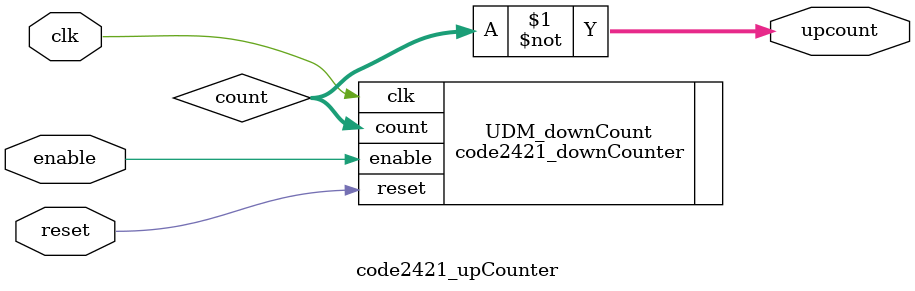
<source format=v>
/*---------------------------------------------------------------------------------
Name Lamin Jammeh
CLass: EE417 Summer 2024
Lesson 04 HW Question 4 Part 2
Group: Ron Kalin/ Lamin Jammeh
Project Description: This portion takes use the output of the code2421_downCounter
and inverts it to form an up counter. this is possible because of the complementary
characteristics of 2421 code
------------------------------------------------------------------------------------*/

//define the input as the output of the downCounter and the assign and output
// note the system is already initialize from the code2421_downCounter block
//define the output as wire since the upcount block is intermediate to enable assignment operation
module code2421_upCounter (output wire [3:0] upcount,
									input clk,
									input reset,
									input enable
									);
									
wire  [3:0]  	count;

//call the file for the code2421_downCounter
code2421_downCounter UDM_downCount(
											  .count(count),
											  .clk(clk),
											  .reset(reset),
											  .enable(enable)
											  );
									
//assign a function to the output of the upcounter
assign upcount = ~count; 

endmodule
</source>
